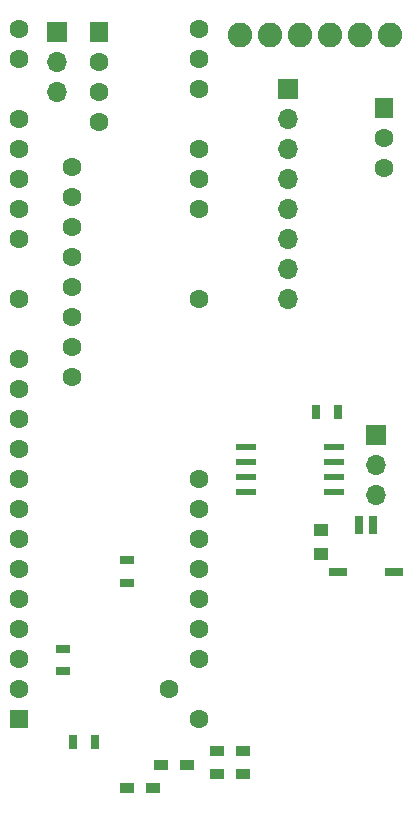
<source format=gbs>
G04 #@! TF.GenerationSoftware,KiCad,Pcbnew,(5.0.0)*
G04 #@! TF.CreationDate,2018-08-08T00:15:05-07:00*
G04 #@! TF.ProjectId,GPSLogger,4750534C6F676765722E6B696361645F,rev?*
G04 #@! TF.SameCoordinates,Original*
G04 #@! TF.FileFunction,Soldermask,Bot*
G04 #@! TF.FilePolarity,Negative*
%FSLAX46Y46*%
G04 Gerber Fmt 4.6, Leading zero omitted, Abs format (unit mm)*
G04 Created by KiCad (PCBNEW (5.0.0)) date 08/08/18 00:15:05*
%MOMM*%
%LPD*%
G01*
G04 APERTURE LIST*
%ADD10C,1.600000*%
%ADD11R,1.600000X1.600000*%
%ADD12O,1.700000X1.700000*%
%ADD13R,1.700000X1.700000*%
%ADD14R,1.200000X0.900000*%
%ADD15R,1.250000X1.000000*%
%ADD16R,1.300000X0.700000*%
%ADD17R,0.700000X1.300000*%
%ADD18R,1.600000X1.700000*%
%ADD19R,1.750000X0.550000*%
%ADD20C,2.082800*%
%ADD21R,1.500000X0.800000*%
%ADD22R,0.800000X1.500000*%
G04 APERTURE END LIST*
D10*
G04 #@! TO.C,U4*
X99822000Y-79248000D03*
X99822000Y-76708000D03*
X99822000Y-74168000D03*
X99822000Y-71628000D03*
X99822000Y-69088000D03*
X99822000Y-66548000D03*
X99822000Y-64008000D03*
X99822000Y-61468000D03*
G04 #@! TD*
G04 #@! TO.C,U3*
X95380000Y-57410000D03*
X110620000Y-52330000D03*
X110620000Y-49790000D03*
X95380000Y-67570000D03*
X95380000Y-65030000D03*
X95380000Y-62490000D03*
X95380000Y-59950000D03*
X95380000Y-72650000D03*
X95380000Y-52330000D03*
X95380000Y-49790000D03*
X110620000Y-54870000D03*
X110620000Y-59950000D03*
X110620000Y-62490000D03*
X110620000Y-65030000D03*
X95380000Y-77730000D03*
X95380000Y-80270000D03*
X95380000Y-82810000D03*
X95380000Y-85350000D03*
X95380000Y-87890000D03*
X95380000Y-90430000D03*
X95380000Y-92970000D03*
X95380000Y-95510000D03*
X95380000Y-98050000D03*
X95380000Y-100590000D03*
X95380000Y-103130000D03*
X95380000Y-105670000D03*
D11*
X95380000Y-108210000D03*
D10*
X110620000Y-72650000D03*
X110620000Y-87890000D03*
X110620000Y-90430000D03*
X110620000Y-92970000D03*
X110620000Y-95510000D03*
X110620000Y-98050000D03*
X110620000Y-100590000D03*
X110620000Y-103130000D03*
X110620000Y-108210000D03*
X108080000Y-105670000D03*
G04 #@! TD*
D12*
G04 #@! TO.C,DEBUG1*
X98552000Y-55118000D03*
X98552000Y-52578000D03*
D13*
X98552000Y-50038000D03*
G04 #@! TD*
G04 #@! TO.C,J1*
X125603000Y-84201000D03*
D12*
X125603000Y-86741000D03*
X125603000Y-89281000D03*
G04 #@! TD*
D13*
G04 #@! TO.C,EINK1*
X118110000Y-54864000D03*
D12*
X118110000Y-57404000D03*
X118110000Y-59944000D03*
X118110000Y-62484000D03*
X118110000Y-65024000D03*
X118110000Y-67564000D03*
X118110000Y-70104000D03*
X118110000Y-72644000D03*
G04 #@! TD*
D14*
G04 #@! TO.C,LED_R1*
X104500000Y-114100000D03*
X106700000Y-114100000D03*
G04 #@! TD*
D15*
G04 #@! TO.C,C5*
X120904000Y-92234000D03*
X120904000Y-94234000D03*
G04 #@! TD*
D14*
G04 #@! TO.C,LED_R2*
X107400000Y-112100000D03*
X109600000Y-112100000D03*
G04 #@! TD*
G04 #@! TO.C,LED_R3*
X112100000Y-112900000D03*
X114300000Y-112900000D03*
G04 #@! TD*
G04 #@! TO.C,LED_R4*
X112100000Y-110900000D03*
X114300000Y-110900000D03*
G04 #@! TD*
D16*
G04 #@! TO.C,R3*
X99060000Y-104201000D03*
X99060000Y-102301000D03*
G04 #@! TD*
D17*
G04 #@! TO.C,R4*
X99900000Y-110200000D03*
X101800000Y-110200000D03*
G04 #@! TD*
D16*
G04 #@! TO.C,R5*
X104500000Y-94800000D03*
X104500000Y-96700000D03*
G04 #@! TD*
D17*
G04 #@! TO.C,R14*
X122400000Y-82200000D03*
X120500000Y-82200000D03*
G04 #@! TD*
D18*
G04 #@! TO.C,BLE_PWR1*
X126263400Y-56489600D03*
D10*
X126263400Y-59029600D03*
X126263400Y-61569600D03*
G04 #@! TD*
D19*
G04 #@! TO.C,U9*
X122000000Y-85195000D03*
X122000000Y-86465000D03*
X122000000Y-87735000D03*
X122000000Y-89005000D03*
X114600000Y-89005000D03*
X114600000Y-87735000D03*
X114600000Y-86465000D03*
X114600000Y-85195000D03*
G04 #@! TD*
D10*
G04 #@! TO.C,U5*
X102108000Y-55118000D03*
X102108000Y-52578000D03*
D18*
X102108000Y-50038000D03*
D10*
X102108000Y-57658000D03*
G04 #@! TD*
D20*
G04 #@! TO.C,BLE1*
X114046000Y-50292000D03*
X116586000Y-50292000D03*
X119126000Y-50292000D03*
X121666000Y-50292000D03*
X124206000Y-50292000D03*
X126746000Y-50292000D03*
G04 #@! TD*
D21*
G04 #@! TO.C,J2*
X122394480Y-95820620D03*
D22*
X124144480Y-91795620D03*
D21*
X127094480Y-95820620D03*
D22*
X125344480Y-91795620D03*
G04 #@! TD*
M02*

</source>
